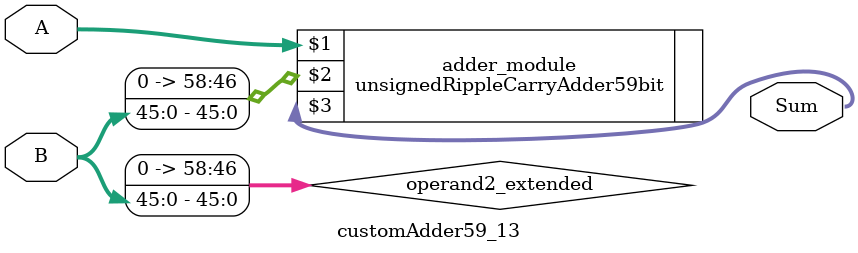
<source format=v>
module customAdder59_13(
                        input [58 : 0] A,
                        input [45 : 0] B,
                        
                        output [59 : 0] Sum
                );

        wire [58 : 0] operand2_extended;
        
        assign operand2_extended =  {13'b0, B};
        
        unsignedRippleCarryAdder59bit adder_module(
            A,
            operand2_extended,
            Sum
        );
        
        endmodule
        
</source>
